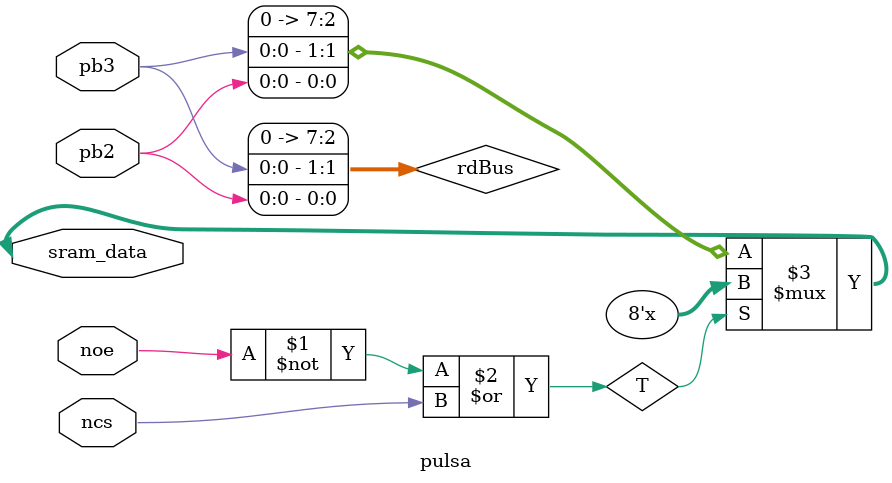
<source format=v>
`timescale 1ns / 1ps
module pulsa(sram_data, ncs, noe, pb2, pb3);
  parameter     B = (7);

  input            ncs, noe;
  inout [B:0]      sram_data;
  input		   pb2;
  input		   pb3;

  wire   [B:0] rdBus;
  assign rdBus[B:0] = {6'b0, pb3, pb2};
  

  // interefaz signals assignments
  wire   T = ~noe | ncs;
  assign sram_data = T?8'bZ:rdBus;

endmodule

</source>
